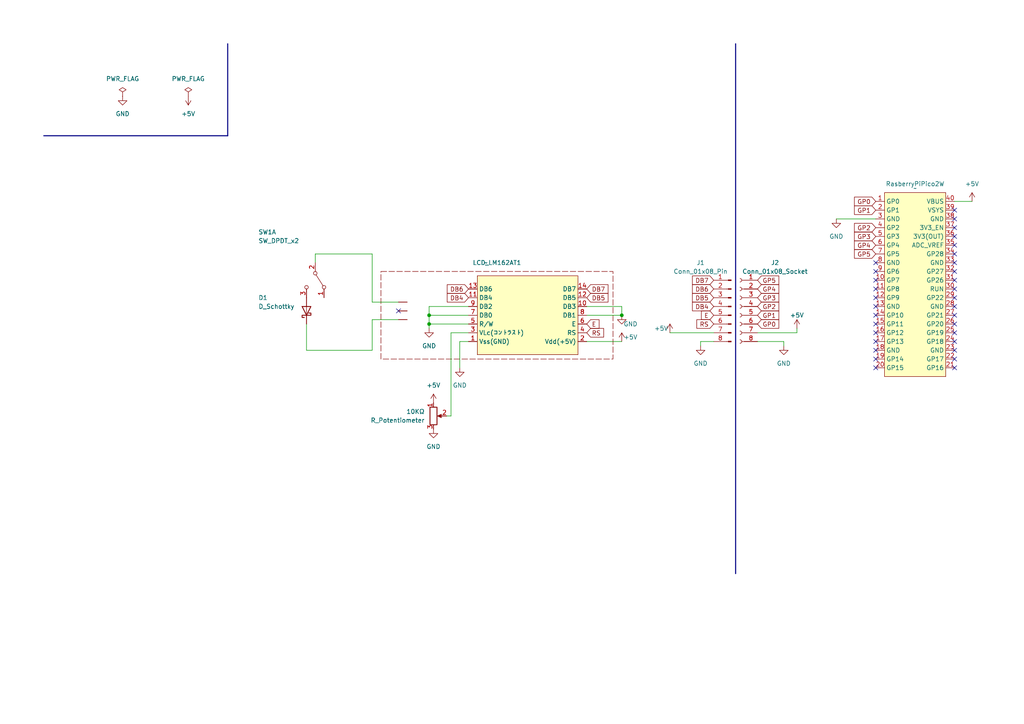
<source format=kicad_sch>
(kicad_sch (version 20230121) (generator eeschema)
  (paper "A4")
  (lib_symbols
    (symbol "Connector:Conn_01x08_Pin" (pin_names (offset 1.016) hide)
      (property "Reference" "J" (at 0 10.16 0))
      (property "Value" "Conn_01x08_Pin" (at 0 -12.7 0))
      (symbol "Conn_01x08_Pin_1_1"
        (polyline (pts (xy 1.27 -10.16) (xy 0.8636 -10.16)) (stroke (width 0.1524)))
        (polyline (pts (xy 1.27 -7.62) (xy 0.8636 -7.62)) (stroke (width 0.1524)))
        (polyline (pts (xy 1.27 -5.08) (xy 0.8636 -5.08)) (stroke (width 0.1524)))
        (polyline (pts (xy 1.27 -2.54) (xy 0.8636 -2.54)) (stroke (width 0.1524)))
        (polyline (pts (xy 1.27 0) (xy 0.8636 0)) (stroke (width 0.1524)))
        (polyline (pts (xy 1.27 2.54) (xy 0.8636 2.54)) (stroke (width 0.1524)))
        (polyline (pts (xy 1.27 5.08) (xy 0.8636 5.08)) (stroke (width 0.1524)))
        (polyline (pts (xy 1.27 7.62) (xy 0.8636 7.62)) (stroke (width 0.1524)))
        (rectangle (start 0.8636 -10.033) (end 0 -10.287) (stroke (width 0.1524)) (fill (type outline)))
        (rectangle (start 0.8636 -7.493) (end 0 -7.747) (stroke (width 0.1524)) (fill (type outline)))
        (rectangle (start 0.8636 -4.953) (end 0 -5.207) (stroke (width 0.1524)) (fill (type outline)))
        (rectangle (start 0.8636 -2.413) (end 0 -2.667) (stroke (width 0.1524)) (fill (type outline)))
        (rectangle (start 0.8636 0.127) (end 0 -0.127) (stroke (width 0.1524)) (fill (type outline)))
        (rectangle (start 0.8636 2.667) (end 0 2.413) (stroke (width 0.1524)) (fill (type outline)))
        (rectangle (start 0.8636 5.207) (end 0 4.953) (stroke (width 0.1524)) (fill (type outline)))
        (rectangle (start 0.8636 7.747) (end 0 7.493) (stroke (width 0.1524)) (fill (type outline)))
        (pin passive line (at 5.08 7.62 180) (length 3.81) (name "Pin_1") (number "1"))
        (pin passive line (at 5.08 5.08 180) (length 3.81) (name "Pin_2") (number "2"))
        (pin passive line (at 5.08 2.54 180) (length 3.81) (name "Pin_3") (number "3"))
        (pin passive line (at 5.08 0 180) (length 3.81) (name "Pin_4") (number "4"))
        (pin passive line (at 5.08 -2.54 180) (length 3.81) (name "Pin_5") (number "5"))
        (pin passive line (at 5.08 -5.08 180) (length 3.81) (name "Pin_6") (number "6"))
        (pin passive line (at 5.08 -7.62 180) (length 3.81) (name "Pin_7") (number "7"))
        (pin passive line (at 5.08 -10.16 180) (length 3.81) (name "Pin_8") (number "8"))
      )
    )
    (symbol "Connector:Conn_01x08_Socket" (pin_names (offset 1.016) hide)
      (property "Reference" "J" (at 0 10.16 0))
      (property "Value" "Conn_01x08_Socket" (at 0 -12.7 0))
      (symbol "Conn_01x08_Socket_1_1"
        (arc (start 0 -9.652) (mid -0.5058 -10.16) (end 0 -10.668) (stroke (width 0.1524)))
        (arc (start 0 -7.112) (mid -0.5058 -7.62) (end 0 -8.128) (stroke (width 0.1524)))
        (arc (start 0 -4.572) (mid -0.5058 -5.08) (end 0 -5.588) (stroke (width 0.1524)))
        (arc (start 0 -2.032) (mid -0.5058 -2.54) (end 0 -3.048) (stroke (width 0.1524)))
        (polyline (pts (xy -1.27 -10.16) (xy -0.508 -10.16)) (stroke (width 0.1524)))
        (polyline (pts (xy -1.27 -7.62) (xy -0.508 -7.62)) (stroke (width 0.1524)))
        (polyline (pts (xy -1.27 -5.08) (xy -0.508 -5.08)) (stroke (width 0.1524)))
        (polyline (pts (xy -1.27 -2.54) (xy -0.508 -2.54)) (stroke (width 0.1524)))
        (polyline (pts (xy -1.27 0) (xy -0.508 0)) (stroke (width 0.1524)))
        (polyline (pts (xy -1.27 2.54) (xy -0.508 2.54)) (stroke (width 0.1524)))
        (polyline (pts (xy -1.27 5.08) (xy -0.508 5.08)) (stroke (width 0.1524)))
        (polyline (pts (xy -1.27 7.62) (xy -0.508 7.62)) (stroke (width 0.1524)))
        (arc (start 0 0.508) (mid -0.5058 0) (end 0 -0.508) (stroke (width 0.1524)))
        (arc (start 0 3.048) (mid -0.5058 2.54) (end 0 2.032) (stroke (width 0.1524)))
        (arc (start 0 5.588) (mid -0.5058 5.08) (end 0 4.572) (stroke (width 0.1524)))
        (arc (start 0 8.128) (mid -0.5058 7.62) (end 0 7.112) (stroke (width 0.1524)))
        (pin passive line (at -5.08 7.62 0) (length 3.81) (name "Pin_1") (number "1"))
        (pin passive line (at -5.08 5.08 0) (length 3.81) (name "Pin_2") (number "2"))
        (pin passive line (at -5.08 2.54 0) (length 3.81) (name "Pin_3") (number "3"))
        (pin passive line (at -5.08 0 0) (length 3.81) (name "Pin_4") (number "4"))
        (pin passive line (at -5.08 -2.54 0) (length 3.81) (name "Pin_5") (number "5"))
        (pin passive line (at -5.08 -5.08 0) (length 3.81) (name "Pin_6") (number "6"))
        (pin passive line (at -5.08 -7.62 0) (length 3.81) (name "Pin_7") (number "7"))
        (pin passive line (at -5.08 -10.16 0) (length 3.81) (name "Pin_8") (number "8"))
      )
    )
    (symbol "Device:D_Schottky" (pin_numbers hide) (pin_names (offset 1.016) hide)
      (property "Reference" "D" (at 0 2.54 0))
      (property "Value" "D_Schottky" (at 0 -2.54 0))
      (symbol "D_Schottky_0_1"
        (polyline (pts (xy 1.27 0) (xy -1.27 0)))
        (polyline (pts (xy 1.27 1.27) (xy 1.27 -1.27) (xy -1.27 0) (xy 1.27 1.27)) (stroke (width 0.254)))
        (polyline (pts (xy -1.905 0.635) (xy -1.905 1.27) (xy -1.27 1.27) (xy -1.27 -1.27) (xy -0.635 -1.27) (xy -0.635 -0.635)) (stroke (width 0.254)))
      )
      (symbol "D_Schottky_1_1"
        (pin passive line (at -3.81 0 0) (length 2.54) (name "K") (number "1"))
        (pin passive line (at 3.81 0 180) (length 2.54) (name "A") (number "2"))
      )
    )
    (symbol "Device:R_Potentiometer" (pin_names (offset 1.016) hide)
      (property "Reference" "RV" (at -4.445 0 90))
      (property "Value" "R_Potentiometer" (at -2.54 0 90))
      (symbol "R_Potentiometer_0_1"
        (polyline (pts (xy 2.54 0) (xy 1.524 0)))
        (polyline (pts (xy 1.143 0) (xy 2.286 0.508) (xy 2.286 -0.508) (xy 1.143 0)) (fill (type outline)))
        (rectangle (start 1.016 2.54) (end -1.016 -2.54) (stroke (width 0.254)))
      )
      (symbol "R_Potentiometer_1_1"
        (pin passive line (at 0 3.81 270) (length 1.27) (name "1") (number "1"))
        (pin passive line (at 3.81 0 180) (length 1.27) (name "2") (number "2"))
        (pin passive line (at 0 -3.81 90) (length 1.27) (name "3") (number "3"))
      )
    )
    (symbol "RasberryPi:Rasberry_Pi_Pico2w"
      (property "Reference" "U" (at 0 1.27 0))
      (symbol "Rasberry_Pi_Pico2w_1_1"
        (rectangle (start -8.89 0) (end 8.89 -53.34) (fill (type background)))
        (pin input line (at -11.43 -2.54 0) (length 2.54) (name "GP0") (number "1"))
        (pin input line (at -11.43 -25.4 0) (length 2.54) (name "GP7") (number "10"))
        (pin input line (at -11.43 -27.94 0) (length 2.54) (name "GP8") (number "11"))
        (pin input line (at -11.43 -30.48 0) (length 2.54) (name "GP9") (number "12"))
        (pin input line (at -11.43 -33.02 0) (length 2.54) (name "GND") (number "13"))
        (pin input line (at -11.43 -35.56 0) (length 2.54) (name "GP10") (number "14"))
        (pin input line (at -11.43 -38.1 0) (length 2.54) (name "GP11") (number "15"))
        (pin input line (at -11.43 -40.64 0) (length 2.54) (name "GP12") (number "16"))
        (pin input line (at -11.43 -43.18 0) (length 2.54) (name "GP13") (number "17"))
        (pin input line (at -11.43 -45.72 0) (length 2.54) (name "GND") (number "18"))
        (pin input line (at -11.43 -48.26 0) (length 2.54) (name "GP14") (number "19"))
        (pin input line (at -11.43 -5.08 0) (length 2.54) (name "GP1") (number "2"))
        (pin input line (at -11.43 -50.8 0) (length 2.54) (name "GP15") (number "20"))
        (pin input line (at 11.43 -50.8 180) (length 2.54) (name "GP16") (number "21"))
        (pin input line (at 11.43 -48.26 180) (length 2.54) (name "GP17") (number "22"))
        (pin input line (at 11.43 -45.72 180) (length 2.54) (name "GND") (number "23"))
        (pin input line (at 11.43 -43.18 180) (length 2.54) (name "GP18") (number "24"))
        (pin input line (at 11.43 -40.64 180) (length 2.54) (name "GP19") (number "25"))
        (pin input line (at 11.43 -38.1 180) (length 2.54) (name "GP20") (number "26"))
        (pin input line (at 11.43 -35.56 180) (length 2.54) (name "GP21") (number "27"))
        (pin input line (at 11.43 -33.02 180) (length 2.54) (name "GND") (number "28"))
        (pin input line (at 11.43 -30.48 180) (length 2.54) (name "GP22") (number "29"))
        (pin input line (at -11.43 -7.62 0) (length 2.54) (name "GND") (number "3"))
        (pin input line (at 11.43 -27.94 180) (length 2.54) (name "RUN") (number "30"))
        (pin input line (at 11.43 -25.4 180) (length 2.54) (name "GP26") (number "31"))
        (pin input line (at 11.43 -22.86 180) (length 2.54) (name "GP27") (number "32"))
        (pin input line (at 11.43 -20.32 180) (length 2.54) (name "GND") (number "33"))
        (pin input line (at 11.43 -17.78 180) (length 2.54) (name "GP28") (number "34"))
        (pin input line (at 11.43 -15.24 180) (length 2.54) (name "ADC_VREF") (number "35"))
        (pin input line (at 11.43 -12.7 180) (length 2.54) (name "3V3(OUT)") (number "36"))
        (pin input line (at 11.43 -10.16 180) (length 2.54) (name "3V3_EN") (number "37"))
        (pin input line (at 11.43 -7.62 180) (length 2.54) (name "GND") (number "38"))
        (pin input line (at 11.43 -5.08 180) (length 2.54) (name "VSYS") (number "39"))
        (pin input line (at -11.43 -10.16 0) (length 2.54) (name "GP2") (number "4"))
        (pin input line (at 11.43 -2.54 180) (length 2.54) (name "VBUS") (number "40"))
        (pin input line (at -11.43 -12.7 0) (length 2.54) (name "GP3") (number "5"))
        (pin input line (at -11.43 -15.24 0) (length 2.54) (name "GP4") (number "6"))
        (pin input line (at -11.43 -17.78 0) (length 2.54) (name "GP5") (number "7"))
        (pin input line (at -11.43 -20.32 0) (length 2.54) (name "GND") (number "8"))
        (pin input line (at -11.43 -22.86 0) (length 2.54) (name "GP6") (number "9"))
      )
    )
    (symbol "Switch:SW_DPDT_x2" (pin_names (offset 0) hide)
      (property "Reference" "SW" (at 0 4.318 0))
      (property "Value" "SW_DPDT_x2" (at 0 -5.08 0))
      (symbol "SW_DPDT_x2_0_0"
        (circle (center -2.032 0) (radius 0.508))
        (circle (center 2.032 -2.54) (radius 0.508))
      )
      (symbol "SW_DPDT_x2_0_1"
        (polyline (pts (xy -1.524 0.254) (xy 1.651 2.286)))
        (circle (center 2.032 2.54) (radius 0.508))
      )
      (symbol "SW_DPDT_x2_1_1"
        (pin passive line (at 5.08 2.54 180) (length 2.54) (name "A") (number "1"))
        (pin passive line (at -5.08 0 0) (length 2.54) (name "B") (number "2"))
        (pin passive line (at 5.08 -2.54 180) (length 2.54) (name "C") (number "3"))
      )
      (symbol "SW_DPDT_x2_2_1"
        (pin passive line (at 5.08 2.54 180) (length 2.54) (name "A") (number "4"))
        (pin passive line (at -5.08 0 0) (length 2.54) (name "B") (number "5"))
        (pin passive line (at 5.08 -2.54 180) (length 2.54) (name "C") (number "6"))
      )
    )
    (symbol "akitsuki:Lcd_LM162AT1"
      (property "Reference" "LCD_LM162AT1" (at 3.175 0 0))
      (property "Value" "~" (at 0 0 0))
      (symbol "Lcd_LM162AT1_1_1"
        (rectangle (start -30.48 -2.54) (end 36.83 -27.94) (stroke (width 0) (type dash)))
        (rectangle (start -2.54 -3.81) (end 26.67 -26.67) (fill (type background)))
        (pin input line (at -25.4 -16.51 0) (length 2.54) (name "") (number ""))
        (pin input line (at -25.4 -13.97 0) (length 2.54) (name "") (number ""))
        (pin input line (at -25.4 -11.43 0) (length 2.54) (name "") (number ""))
        (pin input line (at -5.08 -22.86 0) (length 2.54) (name "Vss(GND)") (number "1"))
        (pin input line (at 29.21 -12.7 180) (length 2.54) (name "DB3") (number "10"))
        (pin input line (at -5.08 -10.16 0) (length 2.54) (name "DB4") (number "11"))
        (pin input line (at 29.21 -10.16 180) (length 2.54) (name "DB5") (number "12"))
        (pin input line (at -5.08 -7.62 0) (length 2.54) (name "DB6") (number "13"))
        (pin input line (at 29.21 -7.62 180) (length 2.54) (name "DB7") (number "14"))
        (pin input line (at 29.21 -22.86 180) (length 2.54) (name "Vdd(+5V)") (number "2"))
        (pin input line (at -5.08 -20.32 0) (length 2.54) (name "VLc(コントラスト)") (number "3"))
        (pin input line (at 29.21 -20.32 180) (length 2.54) (name "RS") (number "4"))
        (pin input line (at -5.08 -17.78 0) (length 2.54) (name "R/W") (number "5"))
        (pin input line (at 29.21 -17.78 180) (length 2.54) (name "E") (number "6"))
        (pin input line (at -5.08 -15.24 0) (length 2.54) (name "DB0") (number "7"))
        (pin input line (at 29.21 -15.24 180) (length 2.54) (name "DB1") (number "8"))
        (pin input line (at -5.08 -12.7 0) (length 2.54) (name "DB2") (number "9"))
      )
    )
    (symbol "power:+5V" (power) (pin_names (offset 0))
      (property "Value" "+5V" (at 0 3.556 0))
      (symbol "+5V_0_1"
        (polyline (pts (xy -0.762 1.27) (xy 0 2.54)))
        (polyline (pts (xy 0 0) (xy 0 2.54)))
        (polyline (pts (xy 0 2.54) (xy 0.762 1.27)))
      )
      (symbol "+5V_1_1"
        (pin power_in line (at 0 0 90) (length 0) hide (name "+5V") (number "1"))
      )
    )
    (symbol "power:GND" (power) (pin_names (offset 0))
      (property "Value" "GND" (at 0 -3.81 0))
      (symbol "GND_0_1"
        (polyline (pts (xy 0 0) (xy 0 -1.27) (xy 1.27 -1.27) (xy 0 -2.54) (xy -1.27 -1.27) (xy 0 -1.27)))
      )
      (symbol "GND_1_1"
        (pin power_in line (at 0 0 270) (length 0) hide (name "GND") (number "1"))
      )
    )
    (symbol "power:PWR_FLAG" (power) (pin_numbers hide) (pin_names (offset 0) hide)
      (property "Value" "PWR_FLAG" (at 0 3.81 0))
      (symbol "PWR_FLAG_0_0"
        (pin power_out line (at 0 0 90) (length 0) (name "pwr") (number "1"))
      )
      (symbol "PWR_FLAG_0_1"
        (polyline (pts (xy 0 0) (xy 0 1.27) (xy -1.016 1.905) (xy 0 2.54) (xy 1.016 1.905) (xy 0 1.27)))
      )
    )
  )
  (junction (at 124.46 91.44))
  (junction (at 124.46 93.98))
  (junction (at 180.34 91.44))
  (no_connect (at 254 96.52))
  (no_connect (at 276.86 106.68))
  (no_connect (at 254 88.9))
  (no_connect (at 276.86 88.9))
  (no_connect (at 276.86 81.28))
  (no_connect (at 276.86 66.04))
  (no_connect (at 276.86 91.44))
  (no_connect (at 276.86 96.52))
  (no_connect (at 276.86 60.96))
  (no_connect (at 276.86 86.36))
  (no_connect (at 254 91.44))
  (no_connect (at 276.86 101.6))
  (no_connect (at 276.86 93.98))
  (no_connect (at 254 83.82))
  (no_connect (at 254 81.28))
  (no_connect (at 254 93.98))
  (no_connect (at 276.86 78.74))
  (no_connect (at 276.86 76.2))
  (no_connect (at 254 78.74))
  (no_connect (at 276.86 73.66))
  (no_connect (at 276.86 104.14))
  (no_connect (at 254 104.14))
  (no_connect (at 254 99.06))
  (no_connect (at 254 106.68))
  (no_connect (at 254 76.2))
  (no_connect (at 276.86 99.06))
  (no_connect (at 254 86.36))
  (no_connect (at 276.86 83.82))
  (no_connect (at 276.86 63.5))
  (no_connect (at 276.86 68.58))
  (no_connect (at 254 101.6))
  (no_connect (at 276.86 71.12))
  (no_connect (at 115.57 90.17))
  (wire (pts (xy 124.46 88.9) (xy 124.46 91.44)))
  (wire (pts (xy 107.95 101.6) (xy 107.95 92.71)))
  (wire (pts (xy 135.89 88.9) (xy 124.46 88.9)))
  (wire (pts (xy 276.86 58.42) (xy 281.94 58.42)))
  (wire (pts (xy 88.9 93.98) (xy 88.9 101.6)))
  (bus (pts (xy 213.36 12.7) (xy 213.36 166.37)))
  (wire (pts (xy 88.9 101.6) (xy 107.95 101.6)))
  (bus (pts (xy 66.04 12.7) (xy 66.04 39.37)))
  (wire (pts (xy 207.01 99.06) (xy 203.2 99.06)))
  (wire (pts (xy 130.81 120.65) (xy 130.81 96.52)))
  (bus (pts (xy 12.7 39.37) (xy 66.04 39.37)))
  (wire (pts (xy 115.57 87.63) (xy 107.95 87.63)))
  (wire (pts (xy 135.89 91.44) (xy 124.46 91.44)))
  (wire (pts (xy 135.89 99.06) (xy 133.35 99.06)))
  (wire (pts (xy 130.81 120.65) (xy 129.54 120.65)))
  (wire (pts (xy 219.71 96.52) (xy 231.14 96.52)))
  (wire (pts (xy 242.57 63.5) (xy 254 63.5)))
  (wire (pts (xy 219.71 99.06) (xy 227.33 99.06)))
  (wire (pts (xy 130.81 96.52) (xy 135.89 96.52)))
  (wire (pts (xy 170.18 88.9) (xy 180.34 88.9)))
  (wire (pts (xy 107.95 73.66) (xy 91.44 73.66)))
  (wire (pts (xy 194.31 96.52) (xy 207.01 96.52)))
  (wire (pts (xy 203.2 99.06) (xy 203.2 100.33)))
  (wire (pts (xy 107.95 87.63) (xy 107.95 73.66)))
  (wire (pts (xy 124.46 93.98) (xy 124.46 95.25)))
  (wire (pts (xy 107.95 92.71) (xy 115.57 92.71)))
  (wire (pts (xy 180.34 88.9) (xy 180.34 91.44)))
  (wire (pts (xy 91.44 73.66) (xy 91.44 76.2)))
  (wire (pts (xy 124.46 91.44) (xy 124.46 93.98)))
  (wire (pts (xy 170.18 91.44) (xy 180.34 91.44)))
  (wire (pts (xy 170.18 99.06) (xy 180.34 99.06)))
  (wire (pts (xy 227.33 99.06) (xy 227.33 100.33)))
  (wire (pts (xy 135.89 93.98) (xy 124.46 93.98)))
  (wire (pts (xy 133.35 99.06) (xy 133.35 106.68)))
  (wire (pts (xy 231.14 95.25) (xy 231.14 96.52)))
  (global_label "GP5" (shape input) (at 254 73.66 180) (property "Intersheetrefs" "${INTERSHEET_REFS}" (effects hide)))
  (global_label "GP2" (shape input) (at 254 66.04 180) (property "Intersheetrefs" "${INTERSHEET_REFS}" (effects hide)))
  (global_label "DB5" (shape input) (at 207.01 86.36 180) (property "Intersheetrefs" "${INTERSHEET_REFS}" (effects hide)))
  (global_label "GP2" (shape input) (at 219.71 88.9 0) (property "Intersheetrefs" "${INTERSHEET_REFS}" (effects hide)))
  (global_label "DB6" (shape input) (at 207.01 83.82 180) (property "Intersheetrefs" "${INTERSHEET_REFS}" (effects hide)))
  (global_label "GP3" (shape input) (at 254 68.58 180) (property "Intersheetrefs" "${INTERSHEET_REFS}" (effects hide)))
  (global_label "GP5" (shape input) (at 219.71 81.28 0) (property "Intersheetrefs" "${INTERSHEET_REFS}" (effects hide)))
  (global_label "GP1" (shape input) (at 219.71 91.44 0) (property "Intersheetrefs" "${INTERSHEET_REFS}" (effects hide)))
  (global_label "DB4" (shape input) (at 135.89 86.36 180) (property "Intersheetrefs" "${INTERSHEET_REFS}" (effects hide)))
  (global_label "GP0" (shape input) (at 254 58.42 180) (property "Intersheetrefs" "${INTERSHEET_REFS}" (effects hide)))
  (global_label "DB6" (shape input) (at 135.89 83.82 180) (property "Intersheetrefs" "${INTERSHEET_REFS}" (effects hide)))
  (global_label "E" (shape input) (at 207.01 91.44 180) (property "Intersheetrefs" "${INTERSHEET_REFS}" (effects hide)))
  (global_label "RS" (shape input) (at 170.18 96.52 0) (property "Intersheetrefs" "${INTERSHEET_REFS}" (effects hide)))
  (global_label "GP1" (shape input) (at 254 60.96 180) (property "Intersheetrefs" "${INTERSHEET_REFS}" (effects hide)))
  (global_label "DB5" (shape input) (at 170.18 86.36 0) (property "Intersheetrefs" "${INTERSHEET_REFS}" (effects hide)))
  (global_label "GP3" (shape input) (at 219.71 86.36 0) (property "Intersheetrefs" "${INTERSHEET_REFS}" (effects hide)))
  (global_label "DB7" (shape input) (at 207.01 81.28 180) (property "Intersheetrefs" "${INTERSHEET_REFS}" (effects hide)))
  (global_label "GP0" (shape input) (at 219.71 93.98 0) (property "Intersheetrefs" "${INTERSHEET_REFS}" (effects hide)))
  (global_label "GP4" (shape input) (at 254 71.12 180) (property "Intersheetrefs" "${INTERSHEET_REFS}" (effects hide)))
  (global_label "DB4" (shape input) (at 207.01 88.9 180) (property "Intersheetrefs" "${INTERSHEET_REFS}" (effects hide)))
  (global_label "DB7" (shape input) (at 170.18 83.82 0) (property "Intersheetrefs" "${INTERSHEET_REFS}" (effects hide)))
  (global_label "E" (shape input) (at 170.18 93.98 0) (property "Intersheetrefs" "${INTERSHEET_REFS}" (effects hide)))
  (global_label "GP4" (shape input) (at 219.71 83.82 0) (property "Intersheetrefs" "${INTERSHEET_REFS}" (effects hide)))
  (global_label "RS" (shape input) (at 207.01 93.98 180) (property "Intersheetrefs" "${INTERSHEET_REFS}" (effects hide)))
  (symbol (lib_id "akitsuki:Lcd_LM162AT1") (at 140.97 76.2 0) (unit 1)
    (property "Reference" "LCD_LM162AT1" (at 144.145 76.2 0))
    (property "Value" "~" (at 140.97 76.2 0))
  )
  (symbol (lib_id "power:PWR_FLAG") (at 54.61 27.94 0) (unit 1)
    (property "Reference" "#FLG01" (effects hide))
    (property "Value" "PWR_FLAG" (at 54.61 22.86 0))
  )
  (symbol (lib_id "Device:R_Potentiometer") (at 125.73 120.65 0) (unit 1)
    (property "Reference" "10KΩ" (at 123.19 119.38 0) (effects (justify right)))
    (property "Value" "R_Potentiometer" (at 123.19 121.92 0) (effects (justify right)))
  )
  (symbol (lib_id "Switch:SW_DPDT_x2") (at 91.44 81.28 270) (unit 1)
    (property "Reference" "SW1" (at 74.93 67.31 90) (effects (justify left)))
    (property "Value" "SW_DPDT_x2" (at 74.93 69.85 90) (effects (justify left)))
  )
  (symbol (lib_id "power:PWR_FLAG") (at 35.56 27.94 0) (unit 1)
    (property "Reference" "#FLG02" (effects hide))
    (property "Value" "PWR_FLAG" (at 35.56 22.86 0))
  )
  (symbol (lib_id "power:GND") (at 35.56 27.94 0) (unit 1)
    (property "Reference" "#PWR05" (effects hide))
    (property "Value" "GND" (at 35.56 33.02 0))
  )
  (symbol (lib_id "power:+5V") (at 125.73 116.84 0) (unit 1)
    (property "Reference" "#PWR02" (effects hide))
    (property "Value" "+5V" (at 125.73 111.76 0))
  )
  (symbol (lib_id "power:GND") (at 227.33 100.33 0) (unit 1)
    (property "Reference" "#PWR013" (effects hide))
    (property "Value" "GND" (at 227.33 105.41 0))
  )
  (symbol (lib_id "RasberryPi:Rasberry_Pi_Pico2w") (at 265.43 55.88 0) (unit 1)
    (property "Reference" "RasberryPiPico2W" (at 265.43 53.34 0))
    (property "Value" "~" (at 265.43 54.61 0))
  )
  (symbol (lib_id "power:+5V") (at 194.31 96.52 0) (unit 1)
    (property "Reference" "#PWR09" (effects hide))
    (property "Value" "+5V" (at 191.77 95.25 0))
  )
  (symbol (lib_id "power:+5V") (at 180.34 99.06 0) (unit 1)
    (property "Reference" "#PWR011" (effects hide))
    (property "Value" "+5V" (at 182.88 97.79 0))
  )
  (symbol (lib_id "power:+5V") (at 231.14 95.25 0) (unit 1)
    (property "Reference" "#PWR014" (effects hide))
    (property "Value" "+5V" (at 231.14 91.44 0))
  )
  (symbol (lib_id "power:GND") (at 133.35 106.68 0) (unit 1)
    (property "Reference" "#PWR04" (effects hide))
    (property "Value" "GND" (at 133.35 111.76 0))
  )
  (symbol (lib_id "Device:D_Schottky") (at 88.9 90.17 90) (unit 1)
    (property "Reference" "D1" (at 74.93 86.36 90) (effects (justify right)))
    (property "Value" "D_Schottky" (at 74.93 88.9 90) (effects (justify right)))
  )
  (symbol (lib_id "power:GND") (at 124.46 95.25 0) (unit 1)
    (property "Reference" "#PWR07" (effects hide))
    (property "Value" "GND" (at 124.46 100.33 0))
  )
  (symbol (lib_id "power:GND") (at 203.2 100.33 0) (unit 1)
    (property "Reference" "#PWR010" (effects hide))
    (property "Value" "GND" (at 203.2 105.41 0))
  )
  (symbol (lib_id "power:+5V") (at 54.61 27.94 180) (unit 1)
    (property "Reference" "#PWR01" (effects hide))
    (property "Value" "+5V" (at 54.61 33.02 0))
  )
  (symbol (lib_id "power:GND") (at 125.73 124.46 0) (unit 1)
    (property "Reference" "#PWR06" (effects hide))
    (property "Value" "GND" (at 125.73 129.54 0))
  )
  (symbol (lib_id "Connector:Conn_01x08_Socket") (at 214.63 88.9 0) (mirror y) (unit 1)
    (property "Reference" "J2" (at 224.79 76.2 0))
    (property "Value" "Conn_01x08_Socket" (at 224.79 78.74 0))
  )
  (symbol (lib_id "power:GND") (at 242.57 63.5 0) (unit 1)
    (property "Reference" "#PWR012" (effects hide))
    (property "Value" "GND" (at 242.57 68.58 0))
  )
  (symbol (lib_id "Connector:Conn_01x08_Pin") (at 212.09 88.9 0) (mirror y) (unit 1)
    (property "Reference" "J1" (at 203.2 76.2 0))
    (property "Value" "Conn_01x08_Pin" (at 203.2 78.74 0))
  )
  (symbol (lib_id "power:+5V") (at 281.94 58.42 0) (unit 1)
    (property "Reference" "#PWR015" (effects hide))
    (property "Value" "+5V" (at 281.94 53.34 0))
  )
  (symbol (lib_id "power:GND") (at 180.34 91.44 0) (unit 1)
    (property "Reference" "#PWR08" (effects hide))
    (property "Value" "GND" (at 182.88 93.98 0))
  )
)
</source>
